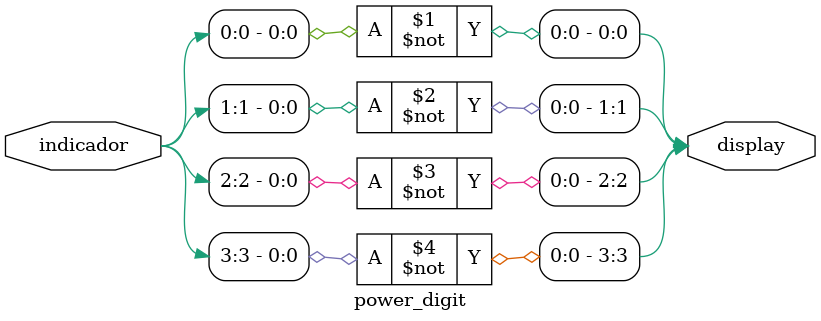
<source format=v>
/*
	Módulo para decidir de quem é cada vez de ascender no display
	
	Ele pega a vez indicada pelo 1 e inverte, pois o display ascende com o 0
	
	Chegando 1000 do indica vez (oq seria acionar primeiro digito)
	vai sair 0111, para acionar o primeiro digito
*/
module power_digit(display, indicador);
	input [3:0] indicador;
	output [3:0] display;
	
	not Not0(display[0], indicador[0]);
	not Not1(display[1], indicador[1]);
	not Not2(display[2], indicador[2]);
	not Not3(display[3], indicador[3]);
  
endmodule

</source>
